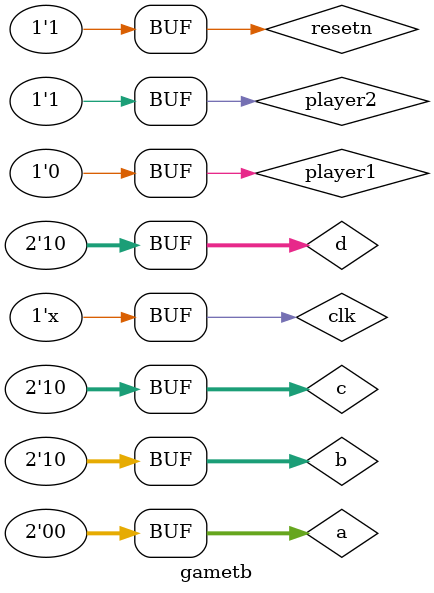
<source format=v>
`timescale 1ns / 1ps


module gametb;

	// Inputs
	reg [1:0] a;
	reg [1:0] b;
	reg [1:0] c;
	reg [1:0] d;
	reg clk;
	reg resetn;
	reg player1,player2;

	// Outputs
	wire p1;
	wire p2;
	wire ilg1;
	wire ilg2;
	wire nospace;

	// Instantiate the Unit Under Test (UUT)
	tiktakgame uut (
		.a(a), 
		.b(b), 
		.c(c), 
		.d(d), 
		.clk(clk), 
		.resetn(resetn), 
		.player1(player1),
		.player2(player2),
		.p1(p1), 
		.p2(p2), 
		.ilg1(ilg1), 
		.ilg2(ilg2), 
		.nospace(nospace)
	);

	
 initial begin clk = 0; end    
always 
begin 
#5 clk = ~clk; 
end

always
begin
resetn = 0;
#10
resetn = 1;
a = 2'b00;
b = 2'b00;
player1 = 1;
player2 = 0;
c = 2'b01;
d = 2'b00;
#20
player2 = 1;
player1 = 0;

#100
a = 2'b00;
b = 2'b01;
player2 = 0;
player1 = 1;
c = 2'b10;
d = 2'b01;
#20
player1 = 0;
player2 = 1;

#100
a = 2'b00;
b = 2'b10;
player2 = 0;
player1 = 1;
c = 2'b10;
d = 2'b10;
#20
player1 = 0;
player2 = 1;

#100;
end
endmodule


</source>
